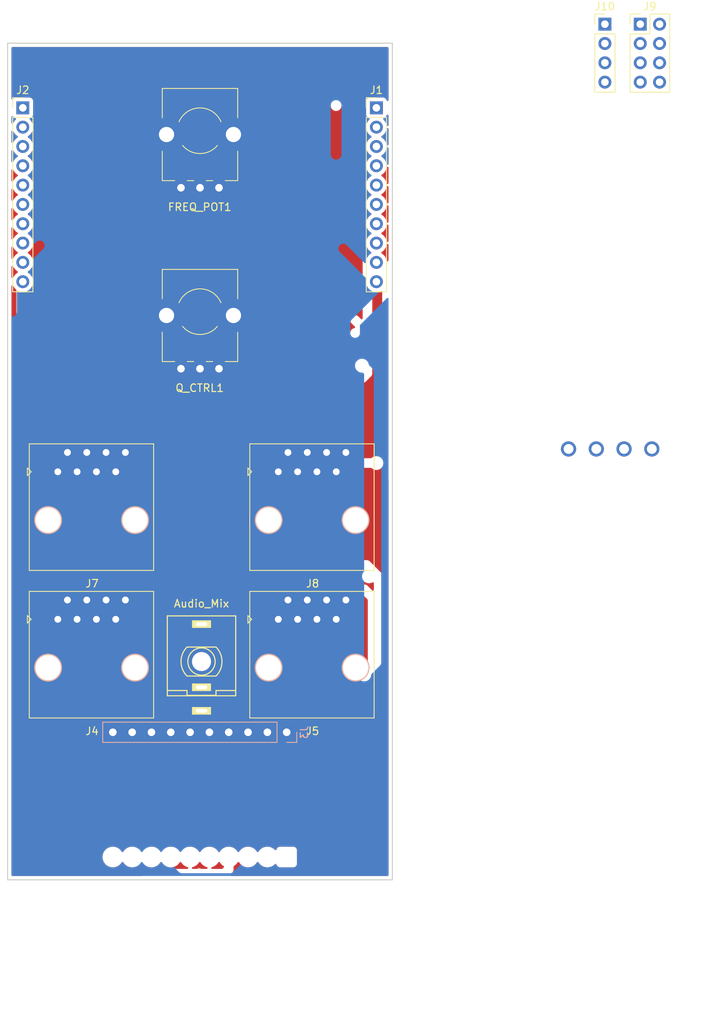
<source format=kicad_pcb>
(kicad_pcb (version 20211014) (generator pcbnew)
  (layers (0 "F.Cu" signal) (31 "B.Cu" signal) (34 "B.Paste" user) (35 "F.Paste" user) (36 "B.SilkS" user "B.Silkscreen") (37 "F.SilkS" user "F.Silkscreen") (38 "B.Mask" user) (39 "F.Mask" user) (44 "Edge.Cuts" user))
  (net 0 "")
  (net 1 "GND")
  (net 2 "/FREQ_POT")
  (net 3 "/FREQ_POT_5V")
  (net 7 "/FREQ_V_OCT1")
  (net 8 "/AUDIO_BUFF1")
  (net 10 "/AUDIO_BUFF4")
  (net 11 "/AUDIO_MIX")
  (net 12 "/AUDIO_IN1")
  (net 14 "/AUDIO_BUFF3")
  (net 15 "/AUDIO_BUFF2")
  (net 16 "/FREQ_V_OCT2")
  (net 19 "/FREQ_CV2")
  (net 20 "/AUDIO_IN2")
  (net 22 "/FREQ_V_OCT4")
  (net 23 "/FREQ_CV4")
  (net 24 "/Q_POT")
  (net 25 "/AUDIO_IN4")
  (net 26 "/FREQ_CV1")
  (net 27 "/FREQ_CV3")
  (net 28 "/AUDIO_IN3")
  (net 29 "/FREQ_V_OCT3")
  (net 47 "+12V")
  (net 48 "-12V")
  (footprint "Custom_Footprints:1.3mm_Test_Point" (layer "F.Cu") (at 123.77 103.35)
    (fp_text reference "TP3" hide)
    (fp_text value "TestPoint")
    (pad "1" thru_hole circle locked (at 0 0) (size 2 2) (drill 1.3) (layers *.Cu *.Mask) (net 1 "GND"))
  )
  (footprint "Custom_Footprints:Alpha_9mm_Potentiometer_Aligned" (layer "F.Cu") (at 75.3 85.3)
    (fp_text reference "Q_CTRL1" (at -0.04 10.04) (layer "F.SilkS"))
    (fp_text value "10k")
    (fp_line (start -4.961 6.56) (end -3.325 6.56) (layer "F.SilkS") (width 0.12))
    (fp_line (start 0.825 6.56) (end 1.675 6.56) (layer "F.SilkS") (width 0.12))
    (fp_line (start -1.675 6.56) (end -0.825 6.56) (layer "F.SilkS") (width 0.12))
    (fp_line (start 4.96 -1.695) (end 4.96 -5.56) (layer "F.SilkS") (width 0.12))
    (fp_line (start -4.961 6.56) (end -4.961 2.694) (layer "F.SilkS") (width 0.12))
    (fp_line (start -4.961 -5.56) (end 4.96 -5.56) (layer "F.SilkS") (width 0.12))
    (fp_line (start 4.96 6.56) (end 4.96 2.694) (layer "F.SilkS") (width 0.12))
    (fp_line (start 3.325 6.56) (end 4.96 6.56) (layer "F.SilkS") (width 0.12))
    (fp_line (start -4.961 -1.695) (end -4.961 -5.56) (layer "F.SilkS") (width 0.12))
    (fp_arc (start 2.297753 1.928295) (mid -0.000192 2.999665) (end -2.298 1.928) (layer "F.SilkS") (width 0.12))
    (fp_arc (start -2.762432 -1.171982) (mid -0.000553 -3.000762) (end 2.762 -1.173) (layer "F.SilkS") (width 0.12))
    (pad "" np_thru_hole circle locked (at 4.4 0.5 90) (size 4 4) (drill 2) (layers *.Cu *.Mask))
    (pad "" np_thru_hole circle locked (at -4.4 0.5 90) (size 4 4) (drill 2) (layers *.Cu *.Mask))
    (pad "1" thru_hole circle locked (at 2.5 7.5 90) (size 1.8 1.8) (drill 1) (layers *.Cu *.Mask) (net 47 "+12V"))
    (pad "2" thru_hole circle locked (at 0 7.5 90) (size 1.8 1.8) (drill 1) (layers *.Cu *.Mask) (net 24 "/Q_POT"))
    (pad "3" thru_hole circle locked (at -2.5 7.5 90) (size 1.8 1.8) (drill 1) (layers *.Cu *.Mask) (net 1 "GND"))
  )
  (footprint "Connector_PinHeader_2.54mm:PinHeader_1x10_P2.54mm_Vertical" (layer "F.Cu") (at 98.5 58.5)
    (fp_text reference "J1" (at 0 -2.33) (layer "F.SilkS"))
    (fp_text value "Conn_01x10_Male" hide)
    (fp_line (start -1.33 -1.33) (end 0 -1.33) (layer "F.SilkS") (width 0.12))
    (fp_line (start 1.33 1.27) (end 1.33 24.19) (layer "F.SilkS") (width 0.12))
    (fp_line (start -1.33 1.27) (end 1.33 1.27) (layer "F.SilkS") (width 0.12))
    (fp_line (start -1.33 1.27) (end -1.33 24.19) (layer "F.SilkS") (width 0.12))
    (fp_line (start -1.33 0) (end -1.33 -1.33) (layer "F.SilkS") (width 0.12))
    (fp_line (start -1.33 24.19) (end 1.33 24.19) (layer "F.SilkS") (width 0.12))
    (pad "1" thru_hole rect (at 0 0) (size 1.7 1.7) (drill 1) (layers F&B.Cu *.Mask))
    (pad "2" thru_hole oval (at 0 2.54) (size 1.7 1.7) (drill 1) (layers F&B.Cu *.Mask))
    (pad "3" thru_hole oval (at 0 5.08) (size 1.7 1.7) (drill 1) (layers F&B.Cu *.Mask))
    (pad "4" thru_hole oval (at 0 7.62) (size 1.7 1.7) (drill 1) (layers F&B.Cu *.Mask) (net 7 "/FREQ_V_OCT1"))
    (pad "5" thru_hole oval (at 0 10.16) (size 1.7 1.7) (drill 1) (layers F&B.Cu *.Mask) (net 8 "/AUDIO_BUFF1"))
    (pad "6" thru_hole oval (at 0 12.7) (size 1.7 1.7) (drill 1) (layers F&B.Cu *.Mask) (net 1 "GND"))
    (pad "7" thru_hole oval (at 0 15.24) (size 1.7 1.7) (drill 1) (layers F&B.Cu *.Mask))
    (pad "8" thru_hole oval (at 0 17.78) (size 1.7 1.7) (drill 1) (layers F&B.Cu *.Mask) (net 10 "/AUDIO_BUFF4"))
    (pad "9" thru_hole oval (at 0 20.32) (size 1.7 1.7) (drill 1) (layers F&B.Cu *.Mask) (net 11 "/AUDIO_MIX"))
    (pad "10" thru_hole oval (at 0 22.86) (size 1.7 1.7) (drill 1) (layers F&B.Cu *.Mask) (net 12 "/AUDIO_IN1"))
  )
  (footprint "Connector_PinHeader_2.54mm:PinHeader_1x10_P2.54mm_Vertical" (layer "F.Cu") (at 52 58.5)
    (fp_text reference "J2" (at 0 -2.33) (layer "F.SilkS"))
    (fp_text value "Conn_01x10_Male" hide)
    (fp_line (start -1.33 -1.33) (end 0 -1.33) (layer "F.SilkS") (width 0.12))
    (fp_line (start -1.33 1.27) (end -1.33 24.19) (layer "F.SilkS") (width 0.12))
    (fp_line (start -1.33 1.27) (end 1.33 1.27) (layer "F.SilkS") (width 0.12))
    (fp_line (start -1.33 24.19) (end 1.33 24.19) (layer "F.SilkS") (width 0.12))
    (fp_line (start 1.33 1.27) (end 1.33 24.19) (layer "F.SilkS") (width 0.12))
    (fp_line (start -1.33 0) (end -1.33 -1.33) (layer "F.SilkS") (width 0.12))
    (pad "1" thru_hole rect (at 0 0) (size 1.7 1.7) (drill 1) (layers F&B.Cu *.Mask))
    (pad "2" thru_hole oval (at 0 2.54) (size 1.7 1.7) (drill 1) (layers F&B.Cu *.Mask) (net 14 "/AUDIO_BUFF3"))
    (pad "3" thru_hole oval (at 0 5.08) (size 1.7 1.7) (drill 1) (layers F&B.Cu *.Mask) (net 15 "/AUDIO_BUFF2"))
    (pad "4" thru_hole oval (at 0 7.62) (size 1.7 1.7) (drill 1) (layers F&B.Cu *.Mask) (net 16 "/FREQ_V_OCT2"))
    (pad "5" thru_hole oval (at 0 10.16) (size 1.7 1.7) (drill 1) (layers F&B.Cu *.Mask))
    (pad "6" thru_hole oval (at 0 12.7) (size 1.7 1.7) (drill 1) (layers F&B.Cu *.Mask) (net 1 "GND"))
    (pad "7" thru_hole oval (at 0 15.24) (size 1.7 1.7) (drill 1) (layers F&B.Cu *.Mask))
    (pad "8" thru_hole oval (at 0 17.78) (size 1.7 1.7) (drill 1) (layers F&B.Cu *.Mask) (net 19 "/FREQ_CV2"))
    (pad "9" thru_hole oval (at 0 20.32) (size 1.7 1.7) (drill 1) (layers F&B.Cu *.Mask) (net 20 "/AUDIO_IN2"))
    (pad "10" thru_hole oval (at 0 22.86) (size 1.7 1.7) (drill 1) (layers F&B.Cu *.Mask) (net 3 "/FREQ_POT_5V"))
  )
  (footprint "Connector_PinHeader_2.54mm:PinHeader_2x04_P2.54mm_Vertical" (layer "F.Cu") (at 133.2 47.5)
    (fp_text reference "J9" (at 1.27 -2.33) (layer "F.SilkS"))
    (fp_text value "Conn_02x04_Top_Bottom")
    (fp_line (start 3.87 -1.33) (end 3.87 8.95) (layer "F.SilkS") (width 0.12))
    (fp_line (start 1.27 -1.33) (end 3.87 -1.33) (layer "F.SilkS") (width 0.12))
    (fp_line (start -1.33 -1.33) (end 0 -1.33) (layer "F.SilkS") (width 0.12))
    (fp_line (start -1.33 8.95) (end 3.87 8.95) (layer "F.SilkS") (width 0.12))
    (fp_line (start -1.33 0) (end -1.33 -1.33) (layer "F.SilkS") (width 0.12))
    (fp_line (start -1.33 1.27) (end -1.33 8.95) (layer "F.SilkS") (width 0.12))
    (fp_line (start -1.33 1.27) (end 1.27 1.27) (layer "F.SilkS") (width 0.12))
    (fp_line (start 1.27 1.27) (end 1.27 -1.33) (layer "F.SilkS") (width 0.12))
    (pad "1" thru_hole rect (at 0 0) (size 1.7 1.7) (drill 1) (layers *.Cu *.Mask) (net 12 "/AUDIO_IN1"))
    (pad "2" thru_hole oval (at 2.54 0) (size 1.7 1.7) (drill 1) (layers *.Cu *.Mask) (net 20 "/AUDIO_IN2"))
    (pad "3" thru_hole oval (at 0 2.54) (size 1.7 1.7) (drill 1) (layers *.Cu *.Mask) (net 28 "/AUDIO_IN3"))
    (pad "4" thru_hole oval (at 2.54 2.54) (size 1.7 1.7) (drill 1) (layers *.Cu *.Mask) (net 25 "/AUDIO_IN4"))
    (pad "5" thru_hole oval (at 0 5.08) (size 1.7 1.7) (drill 1) (layers *.Cu *.Mask) (net 7 "/FREQ_V_OCT1"))
    (pad "6" thru_hole oval (at 2.54 5.08) (size 1.7 1.7) (drill 1) (layers *.Cu *.Mask) (net 16 "/FREQ_V_OCT2"))
    (pad "7" thru_hole oval (at 0 7.62) (size 1.7 1.7) (drill 1) (layers *.Cu *.Mask) (net 29 "/FREQ_V_OCT3"))
    (pad "8" thru_hole oval (at 2.54 7.62) (size 1.7 1.7) (drill 1) (layers *.Cu *.Mask) (net 22 "/FREQ_V_OCT4"))
  )
  (footprint "Custom_Footprints:1.3mm_Test_Point" (layer "F.Cu") (at 134.72 103.35)
    (fp_text reference "TP4" hide)
    (fp_text value "TestPoint")
    (pad "1" thru_hole circle locked (at 0 0) (size 2 2) (drill 1.3) (layers *.Cu *.Mask) (net 1 "GND"))
  )
  (footprint "Custom_Footprints:THONKICONN_hole" (layer "F.Cu") (at 75.5 131.3)
    (fp_text reference "J6" hide)
    (fp_text value "Audio_Mix" (at 0 -7.62) (layer "F.SilkS"))
    (fp_line (start -1.905 -1.905) (end 1.905 -1.905) (layer "F.SilkS") (width 0.15))
    (fp_line (start -4.5 -6) (end -4.5 4.5) (layer "F.SilkS") (width 0.15))
    (fp_line (start 1.905 1.905) (end -1.905 1.905) (layer "F.SilkS") (width 0.15))
    (fp_line (start -4.445 3.81) (end -1.905 3.81) (layer "F.SilkS") (width 0.15))
    (fp_line (start 1.905 3.81) (end 4.445 3.81) (layer "F.SilkS") (width 0.15))
    (fp_line (start -4.5 -6) (end 4.5 -6) (layer "F.SilkS") (width 0.15))
    (fp_line (start -1.905 4.445) (end 1.905 4.445) (layer "F.SilkS") (width 0.15))
    (fp_line (start 1.905 4.445) (end 1.905 3.81) (layer "F.SilkS") (width 0.15))
    (fp_line (start -1.905 3.81) (end -1.905 4.445) (layer "F.SilkS") (width 0.15))
    (fp_line (start -4.5 4.5) (end 4.5 4.5) (layer "F.SilkS") (width 0.15))
    (fp_line (start 4.5 -6) (end 4.5 4.5) (layer "F.SilkS") (width 0.15))
    (fp_arc (start 1.905 -1.905) (mid 2.694077 0) (end 1.905 1.905) (layer "F.SilkS") (width 0.15))
    (fp_arc (start -1.905 1.905) (mid -2.694077 0) (end -1.905 -1.905) (layer "F.SilkS") (width 0.15))
    (fp_circle (center 0 0) (end 1.27 1.27) (layer "F.SilkS") (width 0.15) (fill none))
    (pad "" np_thru_hole circle (at 0 0) (size 2.5 2.5) (drill 2.5) (layers *.Cu *.Mask))
    (pad "1" thru_hole rect (at 0 6.48) (size 2.5 1) (drill oval 1.5 0.5) (layers *.Cu *.Mask "F.SilkS") (net 1 "GND"))
    (pad "2" thru_hole rect (at 0 3.38) (size 2.5 1) (drill oval 1.5 0.5) (layers *.Cu *.Mask "F.SilkS"))
    (pad "3" thru_hole rect (at 0 -4.92) (size 2.5 1) (drill oval 1.5 0.5) (layers *.Cu *.Mask "F.SilkS") (net 11 "/AUDIO_MIX"))
  )
  (footprint "Custom_Footprints:RJ45_Molex_42878-8506" (layer "F.Cu") (at 61 130.4)
    (fp_text reference "J4" (at 0.11 10.05) (layer "F.SilkS"))
    (fp_text value "Audio_In")
    (fp_line (start -8.15 -8.32) (end -8.15 8.32) (layer "F.SilkS") (width 0.12))
    (fp_line (start 8.2 -8.32) (end 8.2 8.32) (layer "F.SilkS") (width 0.12))
    (fp_line (start 8.2 -8.32) (end -8.15 -8.32) (layer "F.SilkS") (width 0.12))
    (fp_line (start -8.4 -4.15) (end -7.9 -4.65) (layer "F.SilkS") (width 0.12))
    (fp_line (start 8.2 8.32) (end -8.15 8.32) (layer "F.SilkS") (width 0.12))
    (fp_line (start -7.9 -4.65) (end -8.4 -5.15) (layer "F.SilkS") (width 0.12))
    (fp_line (start -8.4 -5.15) (end -8.4 -4.15) (layer "F.SilkS") (width 0.12))
    (pad "" np_thru_hole circle (at 5.76 1.7) (size 3.65 3.65) (drill 3.33) (layers F&B.Cu *.SilkS *.Mask))
    (pad "" np_thru_hole circle (at -5.67 1.7) (size 3.65 3.65) (drill 3.33) (layers F&B.Cu *.SilkS *.Mask))
    (pad "1" thru_hole rect (at -4.4 -4.65) (size 1.5 1.5) (drill 0.9) (layers *.Cu *.Mask) (net 12 "/AUDIO_IN1"))
    (pad "2" thru_hole circle (at -3.13 -7.19) (size 1.5 1.5) (drill 0.9) (layers *.Cu *.Mask) (net 20 "/AUDIO_IN2"))
    (pad "3" thru_hole circle (at -1.86 -4.65) (size 1.5 1.5) (drill 0.9) (layers *.Cu *.Mask) (net 28 "/AUDIO_IN3"))
    (pad "4" thru_hole circle (at -0.59 -7.19) (size 1.5 1.5) (drill 0.9) (layers *.Cu *.Mask) (net 25 "/AUDIO_IN4"))
    (pad "5" thru_hole circle (at 0.68 -4.65) (size 1.5 1.5) (drill 0.9) (layers *.Cu *.Mask))
    (pad "6" thru_hole circle (at 1.95 -7.19) (size 1.5 1.5) (drill 0.9) (layers *.Cu *.Mask))
    (pad "7" thru_hole circle (at 3.22 -4.65) (size 1.5 1.5) (drill 0.9) (layers *.Cu *.Mask))
    (pad "8" thru_hole circle (at 4.49 -7.19) (size 1.5 1.5) (drill 0.9) (layers *.Cu *.Mask))
  )
  (footprint "Custom_Footprints:1.3mm_Test_Point" (layer "F.Cu") (at 131.07 103.35)
    (fp_text reference "TP1" hide)
    (fp_text value "TestPoint")
    (pad "1" thru_hole circle locked (at 0 0) (size 2 2) (drill 1.3) (layers *.Cu *.Mask) (net 47 "+12V"))
  )
  (footprint "Custom_Footprints:RJ45_Molex_42878-8506" (layer "F.Cu") (at 90 130.4)
    (fp_text reference "J5" (at 0.11 10.05) (layer "F.SilkS"))
    (fp_text value "Audio_Out")
    (fp_line (start -7.9 -4.65) (end -8.4 -5.15) (layer "F.SilkS") (width 0.12))
    (fp_line (start 8.2 -8.32) (end 8.2 8.32) (layer "F.SilkS") (width 0.12))
    (fp_line (start 8.2 -8.32) (end -8.15 -8.32) (layer "F.SilkS") (width 0.12))
    (fp_line (start 8.2 8.32) (end -8.15 8.32) (layer "F.SilkS") (width 0.12))
    (fp_line (start -8.15 -8.32) (end -8.15 8.32) (layer "F.SilkS") (width 0.12))
    (fp_line (start -8.4 -5.15) (end -8.4 -4.15) (layer "F.SilkS") (width 0.12))
    (fp_line (start -8.4 -4.15) (end -7.9 -4.65) (layer "F.SilkS") (width 0.12))
    (pad "" np_thru_hole circle (at -5.67 1.7) (size 3.65 3.65) (drill 3.33) (layers F&B.Cu *.SilkS *.Mask))
    (pad "" np_thru_hole circle (at 5.76 1.7) (size 3.65 3.65) (drill 3.33) (layers F&B.Cu *.SilkS *.Mask))
    (pad "1" thru_hole rect (at -4.4 -4.65) (size 1.5 1.5) (drill 0.9) (layers *.Cu *.Mask) (net 8 "/AUDIO_BUFF1"))
    (pad "2" thru_hole circle (at -3.13 -7.19) (size 1.5 1.5) (drill 0.9) (layers *.Cu *.Mask) (net 15 "/AUDIO_BUFF2"))
    (pad "3" thru_hole circle (at -1.86 -4.65) (size 1.5 1.5) (drill 0.9) (layers *.Cu *.Mask) (net 14 "/AUDIO_BUFF3"))
    (pad "4" thru_hole circle (at -0.59 -7.19) (size 1.5 1.5) (drill 0.9) (layers *.Cu *.Mask) (net 10 "/AUDIO_BUFF4"))
    (pad "5" thru_hole circle (at 0.68 -4.65) (size 1.5 1.5) (drill 0.9) (layers *.Cu *.Mask))
    (pad "6" thru_hole circle (at 1.95 -7.19) (size 1.5 1.5) (drill 0.9) (layers *.Cu *.Mask))
    (pad "7" thru_hole circle (at 3.22 -4.65) (size 1.5 1.5) (drill 0.9) (layers *.Cu *.Mask))
    (pad "8" thru_hole circle (at 4.49 -7.19) (size 1.5 1.5) (drill 0.9) (layers *.Cu *.Mask))
  )
  (footprint "Connector_PinHeader_2.54mm:PinHeader_1x04_P2.54mm_Vertical" (layer "F.Cu") (at 128.55 47.5)
    (fp_text reference "J10" (at 0 -2.33) (layer "F.SilkS"))
    (fp_text value "Conn_01x04_Male")
    (fp_line (start -1.33 8.95) (end 1.33 8.95) (layer "F.SilkS") (width 0.12))
    (fp_line (start -1.33 1.27) (end 1.33 1.27) (layer "F.SilkS") (width 0.12))
    (fp_line (start -1.33 1.27) (end -1.33 8.95) (layer "F.SilkS") (width 0.12))
    (fp_line (start -1.33 -1.33) (end 0 -1.33) (layer "F.SilkS") (width 0.12))
    (fp_line (start 1.33 1.27) (end 1.33 8.95) (layer "F.SilkS") (width 0.12))
    (fp_line (start -1.33 0) (end -1.33 -1.33) (layer "F.SilkS") (width 0.12))
    (pad "1" thru_hole rect (at 0 0) (size 1.7 1.7) (drill 1) (layers *.Cu *.Mask) (net 8 "/AUDIO_BUFF1"))
    (pad "2" thru_hole oval (at 0 2.54) (size 1.7 1.7) (drill 1) (layers *.Cu *.Mask) (net 15 "/AUDIO_BUFF2"))
    (pad "3" thru_hole oval (at 0 5.08) (size 1.7 1.7) (drill 1) (layers *.Cu *.Mask) (net 14 "/AUDIO_BUFF3"))
    (pad "4" thru_hole oval (at 0 7.62) (size 1.7 1.7) (drill 1) (layers *.Cu *.Mask) (net 10 "/AUDIO_BUFF4"))
  )
  (footprint "Custom_Footprints:RJ45_Molex_42878-8506" (layer "F.Cu") (at 90 111)
    (fp_text reference "J8" (at 0.11 10.05) (layer "F.SilkS"))
    (fp_text value "Freq_CV")
    (fp_line (start -8.15 -8.32) (end -8.15 8.32) (layer "F.SilkS") (width 0.12))
    (fp_line (start -7.9 -4.65) (end -8.4 -5.15) (layer "F.SilkS") (width 0.12))
    (fp_line (start -8.4 -5.15) (end -8.4 -4.15) (layer "F.SilkS") (width 0.12))
    (fp_line (start 8.2 -8.32) (end -8.15 -8.32) (layer "F.SilkS") (width 0.12))
    (fp_line (start -8.4 -4.15) (end -7.9 -4.65) (layer "F.SilkS") (width 0.12))
    (fp_line (start 8.2 -8.32) (end 8.2 8.32) (layer "F.SilkS") (width 0.12))
    (fp_line (start 8.2 8.32) (end -8.15 8.32) (layer "F.SilkS") (width 0.12))
    (pad "" np_thru_hole circle (at 5.76 1.7) (size 3.65 3.65) (drill 3.33) (layers F&B.Cu *.SilkS *.Mask))
    (pad "" np_thru_hole circle (at -5.67 1.7) (size 3.65 3.65) (drill 3.33) (layers F&B.Cu *.SilkS *.Mask))
    (pad "1" thru_hole rect (at -4.4 -4.65) (size 1.5 1.5) (drill 0.9) (layers *.Cu *.Mask) (net 26 "/FREQ_CV1"))
    (pad "2" thru_hole circle (at -3.13 -7.19) (size 1.5 1.5) (drill 0.9) (layers *.Cu *.Mask) (net 19 "/FREQ_CV2"))
    (pad "3" thru_hole circle (at -1.86 -4.65) (size 1.5 1.5) (drill 0.9) (layers *.Cu *.Mask) (net 27 "/FREQ_CV3"))
    (pad "4" thru_hole circle (at -0.59 -7.19) (size 1.5 1.5) (drill 0.9) (layers *.Cu *.Mask) (net 23 "/FREQ_CV4"))
    (pad "5" thru_hole circle (at 0.68 -4.65) (size 1.5 1.5) (drill 0.9) (layers *.Cu *.Mask))
    (pad "6" thru_hole circle (at 1.95 -7.19) (size 1.5 1.5) (drill 0.9) (layers *.Cu *.Mask))
    (pad "7" thru_hole circle (at 3.22 -4.65) (size 1.5 1.5) (drill 0.9) (layers *.Cu *.Mask))
    (pad "8" thru_hole circle (at 4.49 -7.19) (size 1.5 1.5) (drill 0.9) (layers *.Cu *.Mask))
  )
  (footprint "Custom_Footprints:1.3mm_Test_Point" (layer "F.Cu") (at 127.42 103.35)
    (fp_text reference "TP2" hide)
    (fp_text value "TestPoint")
    (pad "1" thru_hole circle locked (at 0 0) (size 2 2) (drill 1.3) (layers *.Cu *.Mask) (net 48 "-12V"))
  )
  (footprint "Custom_Footprints:RJ45_Molex_42878-8506" (layer "F.Cu") (at 61 111)
    (fp_text reference "J7" (at 0.11 10.05) (layer "F.SilkS"))
    (fp_text value "Freq_V_Oct")
    (fp_line (start 8.2 8.32) (end -8.15 8.32) (layer "F.SilkS") (width 0.12))
    (fp_line (start 8.2 -8.32) (end 8.2 8.32) (layer "F.SilkS") (width 0.12))
    (fp_line (start -8.4 -5.15) (end -8.4 -4.15) (layer "F.SilkS") (width 0.12))
    (fp_line (start -8.15 -8.32) (end -8.15 8.32) (layer "F.SilkS") (width 0.12))
    (fp_line (start -7.9 -4.65) (end -8.4 -5.15) (layer "F.SilkS") (width 0.12))
    (fp_line (start -8.4 -4.15) (end -7.9 -4.65) (layer "F.SilkS") (width 0.12))
    (fp_line (start 8.2 -8.32) (end -8.15 -8.32) (layer "F.SilkS") (width 0.12))
    (pad "" np_thru_hole circle (at -5.67 1.7) (size 3.65 3.65) (drill 3.33) (layers F&B.Cu *.SilkS *.Mask))
    (pad "" np_thru_hole circle (at 5.76 1.7) (size 3.65 3.65) (drill 3.33) (layers F&B.Cu *.SilkS *.Mask))
    (pad "1" thru_hole rect (at -4.4 -4.65) (size 1.5 1.5) (drill 0.9) (layers *.Cu *.Mask) (net 7 "/FREQ_V_OCT1"))
    (pad "2" thru_hole circle (at -3.13 -7.19) (size 1.5 1.5) (drill 0.9) (layers *.Cu *.Mask) (net 16 "/FREQ_V_OCT2"))
    (pad "3" thru_hole circle (at -1.86 -4.65) (size 1.5 1.5) (drill 0.9) (layers *.Cu *.Mask) (net 29 "/FREQ_V_OCT3"))
    (pad "4" thru_hole circle (at -0.59 -7.19) (size 1.5 1.5) (drill 0.9) (layers *.Cu *.Mask) (net 22 "/FREQ_V_OCT4"))
    (pad "5" thru_hole circle (at 0.68 -4.65) (size 1.5 1.5) (drill 0.9) (layers *.Cu *.Mask))
    (pad "6" thru_hole circle (at 1.95 -7.19) (size 1.5 1.5) (drill 0.9) (layers *.Cu *.Mask))
    (pad "7" thru_hole circle (at 3.22 -4.65) (size 1.5 1.5) (drill 0.9) (layers *.Cu *.Mask))
    (pad "8" thru_hole circle (at 4.49 -7.19) (size 1.5 1.5) (drill 0.9) (layers *.Cu *.Mask))
  )
  (footprint "Custom_Footprints:Alpha_9mm_Potentiometer_Aligned" (layer "F.Cu") (at 75.3 61.51)
    (fp_text reference "FREQ_POT1" (at -0.04 10.04) (layer "F.SilkS"))
    (fp_text value "10k")
    (fp_line (start -4.961 6.56) (end -3.325 6.56) (layer "F.SilkS") (width 0.12))
    (fp_line (start -4.961 -5.56) (end 4.96 -5.56) (layer "F.SilkS") (width 0.12))
    (fp_line (start -4.961 6.56) (end -4.961 2.694) (layer "F.SilkS") (width 0.12))
    (fp_line (start 3.325 6.56) (end 4.96 6.56) (layer "F.SilkS") (width 0.12))
    (fp_line (start 0.825 6.56) (end 1.675 6.56) (layer "F.SilkS") (width 0.12))
    (fp_line (start -1.675 6.56) (end -0.825 6.56) (layer "F.SilkS") (width 0.12))
    (fp_line (start 4.96 -1.695) (end 4.96 -5.56) (layer "F.SilkS") (width 0.12))
    (fp_line (start 4.96 6.56) (end 4.96 2.694) (layer "F.SilkS") (width 0.12))
    (fp_line (start -4.961 -1.695) (end -4.961 -5.56) (layer "F.SilkS") (width 0.12))
    (fp_arc (start -2.762432 -1.171982) (mid -0.000553 -3.000762) (end 2.762 -1.173) (layer "F.SilkS") (width 0.12))
    (fp_arc (start 2.297753 1.928295) (mid -0.000192 2.999665) (end -2.298 1.928) (layer "F.SilkS") (width 0.12))
    (pad "" np_thru_hole circle locked (at 4.4 0.5 90) (size 4 4) (drill 2) (layers *.Cu *.Mask))
    (pad "" np_thru_hole circle locked (at -4.4 0.5 90) (size 4 4) (drill 2) (layers *.Cu *.Mask))
    (pad "1" thru_hole circle locked (at 2.5 7.5 90) (size 1.8 1.8) (drill 1) (layers *.Cu *.Mask) (net 3 "/FREQ_POT_5V"))
    (pad "2" thru_hole circle locked (at 0 7.5 90) (size 1.8 1.8) (drill 1) (layers *.Cu *.Mask) (net 2 "/FREQ_POT"))
    (pad "3" thru_hole circle locked (at -2.5 7.5 90) (size 1.8 1.8) (drill 1) (layers *.Cu *.Mask) (net 1 "GND"))
  )
  (footprint "Connector_PinHeader_2.54mm:PinHeader_1x10_P2.54mm_Vertical" (layer "B.Cu") (at 86.7 140.6 90)
    (fp_text reference "J3" (at 0 2.33 270) (layer "B.SilkS") (effects (justify mirror)))
    (fp_text value "Conn_01x10_Male")
    (fp_line (start -1.33 0) (end -1.33 1.33) (layer "B.SilkS") (width 0.12))
    (fp_line (start -1.33 1.33) (end 0 1.33) (layer "B.SilkS") (width 0.12))
    (fp_line (start 1.33 -1.27) (end 1.33 -24.19) (layer "B.SilkS") (width 0.12))
    (fp_line (start -1.33 -24.19) (end 1.33 -24.19) (layer "B.SilkS") (width 0.12))
    (fp_line (start -1.33 -1.27) (end 1.33 -1.27) (layer "B.SilkS") (width 0.12))
    (fp_line (start -1.33 -1.27) (end -1.33 -24.19) (layer "B.SilkS") (width 0.12))
    (pad "1" thru_hole rect (at 0 0 90) (size 1.7 1.7) (drill 1) (layers F&B.Cu *.Mask))
    (pad "2" thru_hole oval (at 0 -2.54 90) (size 1.7 1.7) (drill 1) (layers F&B.Cu *.Mask) (net 22 "/FREQ_V_OCT4"))
    (pad "3" thru_hole oval (at 0 -5.08 90) (size 1.7 1.7) (drill 1) (layers F&B.Cu *.Mask) (net 23 "/FREQ_CV4"))
    (pad "4" thru_hole oval (at 0 -7.62 90) (size 1.7 1.7) (drill 1) (layers F&B.Cu *.Mask) (net 24 "/Q_POT"))
    (pad "5" thru_hole oval (at 0 -10.16 90) (size 1.7 1.7) (drill 1) (layers F&B.Cu *.Mask) (net 25 "/AUDIO_IN4"))
    (pad "6" thru_hole oval (at 0 -12.7 90) (size 1.7 1.7) (drill 1) (layers F&B.Cu *.Mask) (net 26 "/FREQ_CV1"))
    (pad "7" thru_hole oval (at 0 -15.24 90) (size 1.7 1.7) (drill 1) (layers F&B.Cu *.Mask) (net 2 "/FREQ_POT"))
    (pad "8" thru_hole oval (at 0 -17.78 90) (size 1.7 1.7) (drill 1) (layers F&B.Cu *.Mask) (net 27 "/FREQ_CV3"))
    (pad "9" thru_hole oval (at 0 -20.32 90) (size 1.7 1.7) (drill 1) (layers F&B.Cu *.Mask) (net 28 "/AUDIO_IN3"))
    (pad "10" thru_hole oval (at 0 -22.86 90) (size 1.7 1.7) (drill 1) (layers F&B.Cu *.Mask) (net 29 "/FREQ_V_OCT3"))
  )
  (gr_line (start 50 50) (end 50 160) (layer "Edge.Cuts") (width 0.15))
  (gr_line (start 50 50) (end 100.6 50) (layer "Edge.Cuts") (width 0.15))
  (gr_line (start 50 160) (end 100.6 160) (layer "Edge.Cuts") (width 0.15))
  (gr_line (start 100.6 50) (end 100.6 160) (layer "Edge.Cuts") (width 0.15))
  (zone (net 0) (net_name "") (layers F&B.Cu) (connect_pads (clearance 0.508)) (min_thickness 0.254) (fill yes (thermal_gap 0.508) (thermal_bridge_width 0.508))
    (polygon (pts (xy 101 49) (xy 101 161) (xy 49 161) (xy 49 49)))
  )
)
</source>
